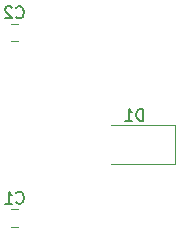
<source format=gbr>
%TF.GenerationSoftware,KiCad,Pcbnew,7.0.7-7.0.7~ubuntu23.04.1*%
%TF.CreationDate,2023-09-11T01:12:31+00:00*%
%TF.ProjectId,PIND02,50494e44-3032-42e6-9b69-6361645f7063,rev?*%
%TF.SameCoordinates,Original*%
%TF.FileFunction,Legend,Bot*%
%TF.FilePolarity,Positive*%
%FSLAX46Y46*%
G04 Gerber Fmt 4.6, Leading zero omitted, Abs format (unit mm)*
G04 Created by KiCad (PCBNEW 7.0.7-7.0.7~ubuntu23.04.1) date 2023-09-11 01:12:31*
%MOMM*%
%LPD*%
G01*
G04 APERTURE LIST*
%ADD10C,0.150000*%
%ADD11C,0.120000*%
G04 APERTURE END LIST*
D10*
X10326666Y11480420D02*
X10374285Y11432800D01*
X10374285Y11432800D02*
X10517142Y11385181D01*
X10517142Y11385181D02*
X10612380Y11385181D01*
X10612380Y11385181D02*
X10755237Y11432800D01*
X10755237Y11432800D02*
X10850475Y11528039D01*
X10850475Y11528039D02*
X10898094Y11623277D01*
X10898094Y11623277D02*
X10945713Y11813753D01*
X10945713Y11813753D02*
X10945713Y11956610D01*
X10945713Y11956610D02*
X10898094Y12147086D01*
X10898094Y12147086D02*
X10850475Y12242324D01*
X10850475Y12242324D02*
X10755237Y12337562D01*
X10755237Y12337562D02*
X10612380Y12385181D01*
X10612380Y12385181D02*
X10517142Y12385181D01*
X10517142Y12385181D02*
X10374285Y12337562D01*
X10374285Y12337562D02*
X10326666Y12289943D01*
X9374285Y11385181D02*
X9945713Y11385181D01*
X9659999Y11385181D02*
X9659999Y12385181D01*
X9659999Y12385181D02*
X9755237Y12242324D01*
X9755237Y12242324D02*
X9850475Y12147086D01*
X9850475Y12147086D02*
X9945713Y12099467D01*
X21058094Y18413041D02*
X21058094Y19413041D01*
X21058094Y19413041D02*
X20819999Y19413041D01*
X20819999Y19413041D02*
X20677142Y19365422D01*
X20677142Y19365422D02*
X20581904Y19270184D01*
X20581904Y19270184D02*
X20534285Y19174946D01*
X20534285Y19174946D02*
X20486666Y18984470D01*
X20486666Y18984470D02*
X20486666Y18841613D01*
X20486666Y18841613D02*
X20534285Y18651137D01*
X20534285Y18651137D02*
X20581904Y18555899D01*
X20581904Y18555899D02*
X20677142Y18460660D01*
X20677142Y18460660D02*
X20819999Y18413041D01*
X20819999Y18413041D02*
X21058094Y18413041D01*
X19534285Y18413041D02*
X20105713Y18413041D01*
X19819999Y18413041D02*
X19819999Y19413041D01*
X19819999Y19413041D02*
X19915237Y19270184D01*
X19915237Y19270184D02*
X20010475Y19174946D01*
X20010475Y19174946D02*
X20105713Y19127327D01*
X10326666Y27170420D02*
X10374285Y27122800D01*
X10374285Y27122800D02*
X10517142Y27075181D01*
X10517142Y27075181D02*
X10612380Y27075181D01*
X10612380Y27075181D02*
X10755237Y27122800D01*
X10755237Y27122800D02*
X10850475Y27218039D01*
X10850475Y27218039D02*
X10898094Y27313277D01*
X10898094Y27313277D02*
X10945713Y27503753D01*
X10945713Y27503753D02*
X10945713Y27646610D01*
X10945713Y27646610D02*
X10898094Y27837086D01*
X10898094Y27837086D02*
X10850475Y27932324D01*
X10850475Y27932324D02*
X10755237Y28027562D01*
X10755237Y28027562D02*
X10612380Y28075181D01*
X10612380Y28075181D02*
X10517142Y28075181D01*
X10517142Y28075181D02*
X10374285Y28027562D01*
X10374285Y28027562D02*
X10326666Y27979943D01*
X9945713Y27979943D02*
X9898094Y28027562D01*
X9898094Y28027562D02*
X9802856Y28075181D01*
X9802856Y28075181D02*
X9564761Y28075181D01*
X9564761Y28075181D02*
X9469523Y28027562D01*
X9469523Y28027562D02*
X9421904Y27979943D01*
X9421904Y27979943D02*
X9374285Y27884705D01*
X9374285Y27884705D02*
X9374285Y27789467D01*
X9374285Y27789467D02*
X9421904Y27646610D01*
X9421904Y27646610D02*
X9993332Y27075181D01*
X9993332Y27075181D02*
X9374285Y27075181D01*
D11*
%TO.C,C1*%
X10421252Y9425000D02*
X9898748Y9425000D01*
X10421252Y10895000D02*
X9898748Y10895000D01*
%TO.C,D1*%
X23720000Y18017860D02*
X23720000Y14717860D01*
X23720000Y18017860D02*
X18320000Y18017860D01*
X23720000Y14717860D02*
X18320000Y14717860D01*
%TO.C,C2*%
X10421252Y25115000D02*
X9898748Y25115000D01*
X10421252Y26585000D02*
X9898748Y26585000D01*
%TD*%
M02*

</source>
